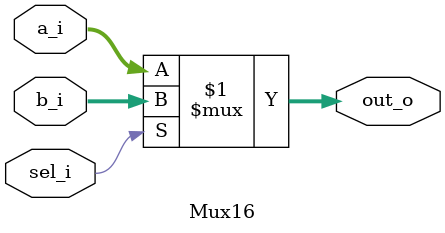
<source format=v>
/*  Mux16: 16-bit Mux

Mux16 u_Mux16(
    .a_i(),
    .b_i(),
    .sel_i(),
    .out_o()
);

*/

module Mux16(
    input wire [15:0] a_i,
    input wire [15:0] b_i,
    input wire sel_i,
    output wire [15:0] out_o
);
    assign out_o = sel_i ? b_i : a_i;

endmodule
</source>
